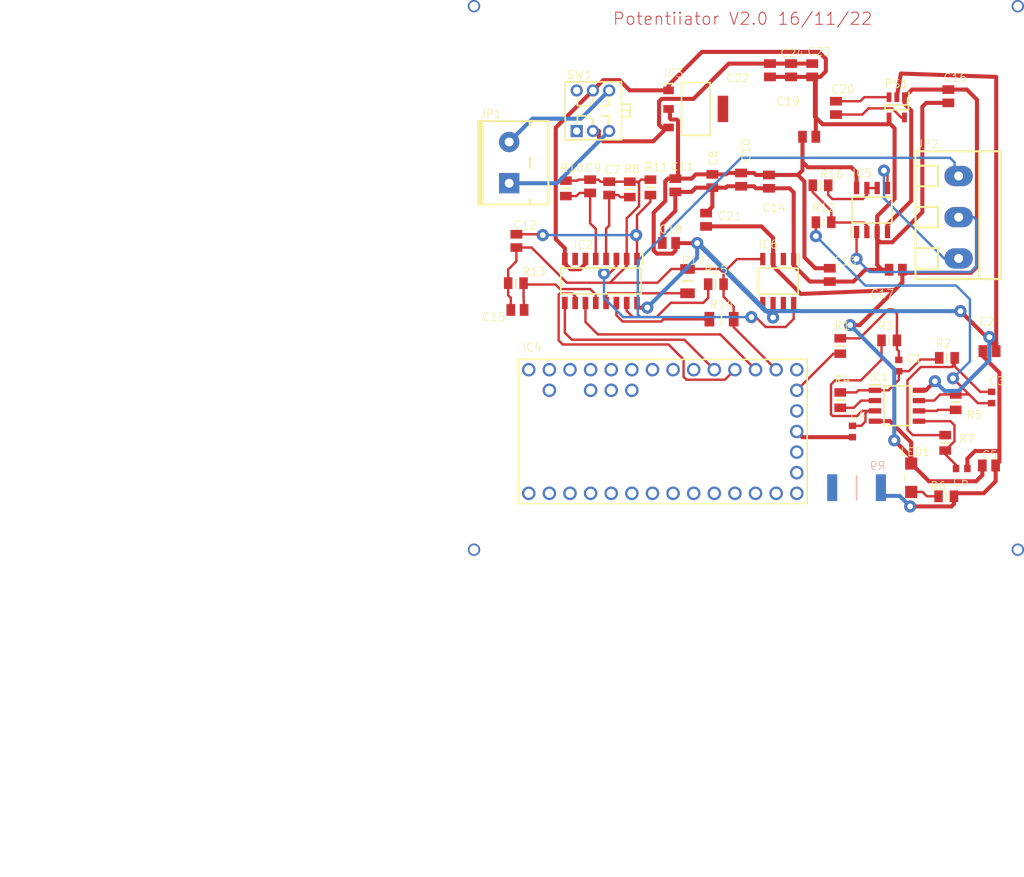
<source format=kicad_pcb>
(kicad_pcb (version 20211014) (generator pcbnew)
  (layers (0 "F.Cu" signal) (31 "B.Cu" signal) (34 "B.Paste" user) (35 "F.Paste" user) (36 "B.SilkS" user "B.Silkscreen") (37 "F.SilkS" user "F.Silkscreen") (38 "B.Mask" user) (39 "F.Mask" user) (44 "Edge.Cuts" user))
  (net 0 "")
  (net 1 "+5")
  (net 2 "/WORKING")
  (net 4 "Net-(IC2-Pad9)")
  (net 5 "Net-(IC2-Pad10)")
  (net 6 "Net-(IC2-Pad11)")
  (net 39 "/COUNTER")
  (net 40 "/REFERENCE")
  (net 44 "Net-(JP1-Pad1)")
  (net 45 "Net-(JP1-Pad2)")
  (footprint "RESC2012X65N" (layer "F.Cu") (at 153.3255 87.71383)
    (fp_text reference "R16" hide)
    (fp_text value "0805 25.5k" hide)
  )
  (footprint "RESC2012X65N" (layer "F.Cu") (at 168.8195 126.053)
    (fp_text reference "R6" hide)
    (fp_text value "0805 25.5" hide)
  )
  (footprint "CAPC2012X130N" (layer "F.Cu") (at 134.6565 94.82583)
    (fp_text reference "C18" hide)
    (fp_text value "0805 100n" hide)
  )
  (footprint "CAPC2012X130N" (layer "F.Cu") (at 115.8605 94.57183)
    (fp_text reference "C12" hide)
    (fp_text value "0805 200p" hide)
  )
  (footprint "SOIC127P600X175-8N" (layer "F.Cu") (at 148.1185 99.52483)
    (fp_text reference "IC6" hide)
    (fp_text value "LMP7721MA_NOPB" hide)
  )
  (footprint "RESC2012X65N" (layer "F.Cu") (at 132.3705 87.96783)
    (fp_text reference "R11" hide)
    (fp_text value "0805 30k" hide)
  )
  (footprint "DEFAULT" (layer "F.Cu") (at 52.4875 172.72)
    (fp_text reference "")
    (fp_text value "")
  )
  (footprint "CAPC2012X130N" (layer "F.Cu") (at 152.3095 73.53301)
    (fp_text reference "C23" hide)
    (fp_text value "0805 1u" hide)
  )
  (footprint "CAPC2012X130N" (layer "F.Cu") (at 139.2285 91.96285)
    (fp_text reference "C21" hide)
    (fp_text value "0805 100n" hide)
  )
  (footprint "SOIC127P600X175-8N" (layer "F.Cu") (at 162.74448 114.89183)
    (fp_text reference "IC1" hide)
    (fp_text value "LMP7702MA_NOPB" hide)
  )
  (footprint "RESC2012X65N" (layer "F.Cu") (at 168.90648 108.98882)
    (fp_text reference "R2" hide)
    (fp_text value "0805 25.5k" hide)
  )
  (footprint "KF2EDGK5.08-LI-2P" (layer "F.Cu") (at 114.9715 84.91983)
    (fp_text reference "JP1" hide)
    (fp_text value " " hide)
  )
  (footprint "SOT229P700X180-4N" (layer "F.Cu") (at 137.9585 78.301)
    (fp_text reference "IC3" hide)
    (fp_text value "AMS1117-5.0" hide)
  )
  (footprint "RESC2012X65N" (layer "F.Cu") (at 169.98348 114.44982)
    (fp_text reference "R5" hide)
    (fp_text value "0805 25.5k" hide)
  )
  (footprint "CAPC2012X130N" (layer "F.Cu") (at 143.5465 87.01782)
    (fp_text reference "C10" hide)
    (fp_text value "0805 1u" hide)
  )
  (footprint "CAPC2012X130N" (layer "F.Cu") (at 135.43948 87.71383)
    (fp_text reference "C11" hide)
    (fp_text value "0805 100n" hide)
  )
  (footprint "CAPC2012X130N" (layer "F.Cu") (at 174.1535 108.16083)
    (fp_text reference "C2" hide)
    (fp_text value "0805 100n" hide)
  )
  (footprint "E6C1206QBAC1UDA" (layer "F.Cu") (at 164.5015 123.767)
    (fp_text reference "LED1" hide)
    (fp_text value "E6C1206QBAC1UDA" hide)
  )
  (footprint "SOT95P280X145-5N" (layer "F.Cu") (at 162.7235 78.105)
    (fp_text reference "PS1" hide)
    (fp_text value "TPS60403DBVR" hide)
  )
  (footprint "CAPC2012X130N" (layer "F.Cu") (at 155.2305 78.174)
    (fp_text reference "C20" hide)
    (fp_text value "0805 1u" hide)
  )
  (footprint "CAPC2012X130N" (layer "F.Cu") (at 169.0735 76.737)
    (fp_text reference "C16" hide)
    (fp_text value "0805 1u" hide)
  )
  (footprint "RESC2012X65N" (layer "F.Cu") (at 129.8305 88.22183)
    (fp_text reference "R8" hide)
    (fp_text value "0805 100R" hide)
  )
  (footprint "1608[0603]" (layer "F.Cu") (at 170.7245 122.63883)
    (fp_text reference "C6" hide)
    (fp_text value "0603 200p" hide)
  )
  (footprint "CAPC2012X130N" (layer "F.Cu") (at 140.00533 87.191)
    (fp_text reference "C8" hide)
    (fp_text value "0805 100n" hide)
  )
  (footprint "RESC3216X75N" (layer "F.Cu") (at 136.9425 99.52483)
    (fp_text reference "R17" hide)
    (fp_text value "1206 100M" hide)
  )
  (footprint "CAPC2012X130N" (layer "F.Cu") (at 147.1025 73.53301)
    (fp_text reference "C22" hide)
    (fp_text value "0805 100n" hide)
  )
  (footprint "CAPC2012X130N" (layer "F.Cu") (at 162.5965 98.12783)
    (fp_text reference "C17" hide)
    (fp_text value "0805 100n" hide)
  )
  (footprint "RESC2012X65N" (layer "F.Cu") (at 121.9565 88.09483)
    (fp_text reference "R10" hide)
    (fp_text value "0805 3k" hide)
  )
  (footprint "CAPC2012X130N" (layer "F.Cu") (at 127.2905 88.09483)
    (fp_text reference "C7" hide)
    (fp_text value "0805 56n" hide)
  )
  (footprint "RESC2012X65N" (layer "F.Cu") (at 115.79451 99.77883)
    (fp_text reference "R13" hide)
    (fp_text value "0805 300k" hide)
  )
  (footprint "1608[0603]" (layer "F.Cu") (at 157.2625 118.06683)
    (fp_text reference "C4" hide)
    (fp_text value "0603 200p" hide)
  )
  (footprint "RESC2012X65N" (layer "F.Cu") (at 168.6925 119.46383)
    (fp_text reference "R7" hide)
    (fp_text value "0805 25.5k" hide)
  )
  (footprint "RESC2012X65N" (layer "F.Cu") (at 161.79448 106.82982)
    (fp_text reference "R3" hide)
    (fp_text value "0805 25.5k" hide)
  )
  (footprint "RESC2012X65N" (layer "F.Cu") (at 155.75948 107.53082)
    (fp_text reference "R1" hide)
    (fp_text value "0805 25.5k" hide)
  )
  (footprint "KF128-5.08-3P" (layer "F.Cu") (at 170.3435 91.65083)
    (fp_text reference "JP2" hide)
    (fp_text value " " hide)
  )
  (footprint "CAPC2012X130N" (layer "F.Cu") (at 174.08446 122.25783)
    (fp_text reference "C5" hide)
    (fp_text value "0805 100n" hide)
  )
  (footprint "1608[0603]" (layer "F.Cu") (at 174.4075 113.87583)
    (fp_text reference "C3" hide)
    (fp_text value "0603 200p" hide)
  )
  (footprint "KFT DIP-7X7" (layer "F.Cu") (at 125.2905 78.52598)
    (fp_text reference "SW1" hide)
    (fp_text value "KET_7X7" hide)
  )
  (footprint "CAPC2012X130N" (layer "F.Cu") (at 146.9755 87.26385)
    (fp_text reference "C14" hide)
    (fp_text value "0805 47u" hide)
  )
  (footprint "TEENSY32" (layer "F.Cu") (at 122.4645 125.68683)
    (fp_text reference "IC4" hide)
    (fp_text value "TEENSY3.2" hide)
  )
  (footprint "CAPC2012X130N" (layer "F.Cu") (at 154.4685 98.76283)
    (fp_text reference "C13" hide)
    (fp_text value "0805 100n" hide)
  )
  (footprint "RESC2012X65N" (layer "F.Cu") (at 155.75948 114.19582)
    (fp_text reference "R4" hide)
    (fp_text value "0805 25.5k" hide)
  )
  (footprint "SOIC127P600X175-8N" (layer "F.Cu") (at 159.6755 90.76183)
    (fp_text reference "IC5" hide)
    (fp_text value "LMP7702MA_NOPB" hide)
  )
  (footprint "CAPC2012X130N" (layer "F.Cu") (at 115.9875 103.08083)
    (fp_text reference "C15" hide)
    (fp_text value "0805 20p" hide)
  )
  (footprint "RESC3216X75N" (layer "F.Cu") (at 141.1335 104.22383)
    (fp_text reference "R14" hide)
    (fp_text value "1206 30M" hide)
  )
  (footprint "CAPC2012X130N" (layer "F.Cu") (at 151.9285 81.73)
    (fp_text reference "C19" hide)
    (fp_text value "0805 1u" hide)
  )
  (footprint "CAPC2012X130N" (layer "F.Cu") (at 149.706 73.53301)
    (fp_text reference "C24" hide)
    (fp_text value "0805 47u" hide)
  )
  (footprint "1608[0603]" (layer "F.Cu") (at 162.9775 109.93883)
    (fp_text reference "C1" hide)
    (fp_text value "0603 200p" hide)
  )
  (footprint "CAPC2012X130N" (layer "F.Cu") (at 124.941 87.84083)
    (fp_text reference "C9" hide)
    (fp_text value "0805 2n" hide)
  )
  (footprint "SOIC127P600X175-16N" (layer "F.Cu") (at 126.2745 99.51)
    (fp_text reference "IC2" hide)
    (fp_text value "MAX4617ESE+" hide)
  )
  (footprint "RESC2012X65N" (layer "F.Cu") (at 140.43749 99.90583)
    (fp_text reference "R15" hide)
    (fp_text value "0805 30M" hide)
  )
  (footprint "RESC2012X65N" (layer "F.Cu") (at 153.7065 92.26485)
    (fp_text reference "R12" hide)
    (fp_text value "0805 25.5k" hide)
  )
  (footprint "RESC6331X75N" (layer "B.Cu") (at 157.7705 124.99178)
    (fp_text reference "R9" hide)
    (fp_text value "0 ohme" hide)
  )
  (gr_line (start 157.7705 126.44181) (end 157.7705 123.54179) (layer "B.SilkS") (width 0.2))
  (gr_line (start 172.8835 99.27082) (end 172.8835 83.52282) (layer "F.SilkS") (width 0.254))
  (gr_line (start 150.69848 97.57481) (end 150.69848 96.04985) (layer "F.SilkS") (width 0.2))
  (gr_line (start 123.3855 77.89098) (end 124.4015 77.89098) (layer "F.SilkS") (width 0.2032))
  (gr_line (start 153.7065 92.78986) (end 153.7065 91.73982) (layer "F.SilkS") (width 0.2))
  (gr_line (start 136.24248 99.52482) (end 137.64252 99.52482) (layer "F.SilkS") (width 0.2))
  (gr_line (start 159.26951 112.31184) (end 160.79447 112.31184) (layer "F.SilkS") (width 0.2))
  (gr_line (start 168.16748 119.46382) (end 169.21752 119.46382) (layer "F.SilkS") (width 0.2))
  (gr_line (start 155.23446 107.5308) (end 156.2845 107.5308) (layer "F.SilkS") (width 0.2))
  (gr_line (start 126.3065 77.89098) (end 127.1955 77.89098) (layer "F.SilkS") (width 0.2032))
  (gr_line (start 164.17348 78.40497) (end 164.17348 77.80498) (layer "F.SilkS") (width 0.2))
  (gr_line (start 125.2905 77.38298) (end 125.2905 76.87498) (layer "F.SilkS") (width 0.2032))
  (gr_line (start 165.0349 98.00082) (end 167.8035 98.00082) (layer "F.SilkS") (width 0.254))
  (gr_line (start 167.8035 98.00082) (end 167.8035 95.46082) (layer "F.SilkS") (width 0.254))
  (gr_line (start 151.68451 126.94681) (end 151.68451 109.17682) (layer "F.SilkS") (width 0.2))
  (gr_line (start 131.41952 97.55998) (end 131.41952 96.03496) (layer "F.SilkS") (width 0.2))
  (gr_line (start 140.43749 100.43084) (end 140.43749 99.3808) (layer "F.SilkS") (width 0.2))
  (gr_line (start 157.22552 92.36182) (end 162.12548 92.36182) (layer "F.SilkS") (width 0.2))
  (gr_line (start 165.0349 95.46082) (end 167.8035 95.46082) (layer "F.SilkS") (width 0.254))
  (gr_line (start 128.80449 78.47625) (end 129.86921 78.47625) (layer "F.SilkS") (width 0.2032))
  (gr_line (start 121.87029 74.96998) (end 128.80449 74.96998) (layer "F.SilkS") (width 0.2032))
  (gr_line (start 127.1955 77.89098) (end 127.1955 76.87498) (layer "F.SilkS") (width 0.2032))
  (gr_line (start 126.3065 79.16098) (end 127.1955 79.16098) (layer "F.SilkS") (width 0.2032))
  (gr_line (start 162.12548 92.36182) (end 162.12548 89.16182) (layer "F.SilkS") (width 0.2))
  (gr_line (start 153.3255 88.23884) (end 153.3255 87.1888) (layer "F.SilkS") (width 0.2))
  (gr_line (start 168.8195 126.578) (end 168.8195 125.52797) (layer "F.SilkS") (width 0.2))
  (gr_line (start 165.0349 85.30082) (end 167.8035 85.30082) (layer "F.SilkS") (width 0.254))
  (gr_line (start 141.1335 104.92384) (end 141.1335 103.52385) (layer "F.SilkS") (width 0.2))
  (gr_line (start 165.0349 90.38082) (end 167.8035 90.38082) (layer "F.SilkS") (width 0.254))
  (gr_line (start 117.5115 89.99977) (end 117.5115 89.39017) (layer "F.SilkS") (width 0.254))
  (gr_line (start 167.8035 87.84082) (end 167.8035 85.30082) (layer "F.SilkS") (width 0.254))
  (gr_line (start 157.22552 89.16182) (end 162.12548 89.16182) (layer "F.SilkS") (width 0.2))
  (gr_line (start 129.30548 88.22182) (end 130.35552 88.22182) (layer "F.SilkS") (width 0.2))
  (gr_line (start 116.1145 109.17682) (end 151.68451 109.17682) (layer "F.SilkS") (width 0.2))
  (gr_line (start 116.1145 126.94681) (end 116.1145 109.17682) (layer "F.SilkS") (width 0.2))
  (gr_line (start 139.71049 81.553) (end 139.71049 75.04897) (layer "F.SilkS") (width 0.2))
  (gr_line (start 115.79451 100.30384) (end 115.79451 99.2538) (layer "F.SilkS") (width 0.2))
  (gr_line (start 123.3855 80.17698) (end 123.3855 79.16098) (layer "F.SilkS") (width 0.2032))
  (gr_line (start 157.22552 92.36182) (end 157.22552 89.16182) (layer "F.SilkS") (width 0.2))
  (gr_line (start 165.0349 99.27082) (end 175.5505 99.27082) (layer "F.SilkS") (width 0.254))
  (gr_line (start 165.0349 83.52282) (end 175.5505 83.52282) (layer "F.SilkS") (width 0.254))
  (gr_line (start 117.5369 85.55477) (end 117.5369 84.91977) (layer "F.SilkS") (width 0.254))
  (gr_line (start 165.0349 99.27082) (end 165.0349 83.52282) (layer "F.SilkS") (width 0.254))
  (gr_line (start 165.0349 92.92082) (end 167.8035 92.92082) (layer "F.SilkS") (width 0.254))
  (gr_line (start 145.66852 101.12482) (end 145.66852 97.92482) (layer "F.SilkS") (width 0.2))
  (gr_line (start 167.8035 92.92082) (end 167.8035 90.38082) (layer "F.SilkS") (width 0.254))
  (gr_line (start 121.87029 82.10738) (end 128.80449 82.10738) (layer "F.SilkS") (width 0.2032))
  (gr_line (start 121.3245 101.10998) (end 121.3245 97.90999) (layer "F.SilkS") (width 0.2))
  (gr_line (start 128.85321 79.23825) (end 129.86921 79.23825) (layer "F.SilkS") (width 0.2032))
  (gr_line (start 161.27352 78.40497) (end 164.17348 78.40497) (layer "F.SilkS") (width 0.2))
  (gr_line (start 129.86921 79.23825) (end 129.86921 77.71425) (layer "F.SilkS") (width 0.2032))
  (gr_line (start 145.66852 97.92482) (end 150.56848 97.92482) (layer "F.SilkS") (width 0.2))
  (gr_line (start 164.22352 77.45501) (end 164.22352 76.25502) (layer "F.SilkS") (width 0.2))
  (gr_line (start 175.5505 99.27082) (end 175.5505 83.52282) (layer "F.SilkS") (width 0.254))
  (gr_line (start 161.79447 107.35483) (end 161.79447 106.30479) (layer "F.SilkS") (width 0.2))
  (gr_line (start 133.95851 75.18598) (end 135.25853 75.18598) (layer "F.SilkS") (width 0.2))
  (gr_line (start 163.7015 124.26696) (end 163.7015 123.26696) (layer "F.SilkS") (width 0.1))
  (gr_line (start 161.14448 112.44184) (end 164.34448 112.44184) (layer "F.SilkS") (width 0.2))
  (gr_line (start 136.20651 81.553) (end 139.71049 81.553) (layer "F.SilkS") (width 0.2))
  (gr_line (start 111.1615 90.07983) (end 111.1615 79.79283) (layer "F.SilkS") (width 0.254))
  (gr_line (start 121.3245 97.90999) (end 131.2245 97.90999) (layer "F.SilkS") (width 0.2))
  (gr_line (start 165.3015 124.26696) (end 165.3015 123.26696) (layer "F.SilkS") (width 0.1))
  (gr_line (start 111.1615 90.07983) (end 119.7975 90.07983) (layer "F.SilkS") (width 0.254))
  (gr_line (start 161.27352 78.40497) (end 161.27352 77.80498) (layer "F.SilkS") (width 0.2))
  (gr_line (start 128.80449 75.98598) (end 128.80449 74.96998) (layer "F.SilkS") (width 0.2032))
  (gr_line (start 121.43148 88.09482) (end 122.48152 88.09482) (layer "F.SilkS") (width 0.2))
  (gr_line (start 124.6555 78.01798) (end 125.2905 77.38298) (layer "F.SilkS") (width 0.2032))
  (gr_line (start 128.85321 77.71425) (end 129.86921 77.71425) (layer "F.SilkS") (width 0.2032))
  (gr_line (start 169.45846 114.44981) (end 170.5085 114.44981) (layer "F.SilkS") (width 0.2))
  (gr_line (start 168.90647 109.51383) (end 168.90647 108.46379) (layer "F.SilkS") (width 0.2))
  (gr_line (start 150.56848 101.12482) (end 150.56848 97.92482) (layer "F.SilkS") (width 0.2))
  (gr_line (start 117.5115 80.44937) (end 117.5115 79.83977) (layer "F.SilkS") (width 0.254))
  (gr_line (start 128.80449 82.10738) (end 128.80449 75.98598) (layer "F.SilkS") (width 0.2032))
  (gr_line (start 155.23446 114.19581) (end 156.2845 114.19581) (layer "F.SilkS") (width 0.2))
  (gr_line (start 161.14448 117.3418) (end 161.14448 112.44184) (layer "F.SilkS") (width 0.2))
  (gr_line (start 164.34448 117.3418) (end 164.34448 112.44184) (layer "F.SilkS") (width 0.2))
  (gr_line (start 145.66852 101.12482) (end 150.56848 101.12482) (layer "F.SilkS") (width 0.2))
  (gr_line (start 121.87029 82.10738) (end 121.87029 74.96998) (layer "F.SilkS") (width 0.2032))
  (gr_line (start 121.3245 101.10998) (end 131.2245 101.10998) (layer "F.SilkS") (width 0.2))
  (gr_line (start 117.5369 84.91977) (end 117.5369 84.28477) (layer "F.SilkS") (width 0.254))
  (gr_line (start 111.4155 90.07983) (end 111.4155 79.79283) (layer "F.SilkS") (width 0.254))
  (gr_line (start 136.20651 81.553) (end 136.20651 75.04897) (layer "F.SilkS") (width 0.2))
  (gr_line (start 111.1615 79.79283) (end 119.7975 79.79283) (layer "F.SilkS") (width 0.254))
  (gr_line (start 127.1955 80.17698) (end 127.1955 79.16098) (layer "F.SilkS") (width 0.2032))
  (gr_line (start 131.2245 101.10998) (end 131.2245 97.90999) (layer "F.SilkS") (width 0.2))
  (gr_line (start 124.6555 79.03398) (end 125.2905 79.66898) (layer "F.SilkS") (width 0.2032))
  (gr_line (start 161.14448 117.3418) (end 164.34448 117.3418) (layer "F.SilkS") (width 0.2))
  (gr_line (start 116.1145 126.94681) (end 151.68451 126.94681) (layer "F.SilkS") (width 0.2))
  (gr_line (start 123.3855 79.16098) (end 124.4015 79.16098) (layer "F.SilkS") (width 0.2032))
  (gr_line (start 161.27352 77.80498) (end 164.17348 77.80498) (layer "F.SilkS") (width 0.2))
  (gr_line (start 136.20651 75.04897) (end 139.71049 75.04897) (layer "F.SilkS") (width 0.2))
  (gr_line (start 111.6695 90.07983) (end 111.6695 79.79283) (layer "F.SilkS") (width 0.254))
  (gr_line (start 131.84548 87.96782) (end 132.89552 87.96782) (layer "F.SilkS") (width 0.2))
  (gr_line (start 123.3855 77.89098) (end 123.3855 76.87498) (layer "F.SilkS") (width 0.2032))
  (gr_line (start 119.7975 90.07983) (end 119.7975 79.79283) (layer "F.SilkS") (width 0.254))
  (gr_line (start 125.2905 80.17698) (end 125.2905 79.66898) (layer "F.SilkS") (width 0.2032))
  (gr_line (start 157.09552 94.23679) (end 157.09552 92.71183) (layer "F.SilkS") (width 0.2))
  (gr_line (start 165.0349 87.84082) (end 167.8035 87.84082) (layer "F.SilkS") (width 0.254))
  (gr_text "Potentiiator V2.0 16/11/22" (at 127.6715 67.183) (layer "F.Cu") (effects (font (size 1.5 1.5) (thickness 0.1)) (justify left)))
  (gr_text "R9" (at 161.4281 122.29938) (layer "B.SilkS") (effects (font (size 1 1) (thickness 0.1)) (justify left mirror)))
  (gr_text "IC5" (at 157.1609 86.24063) (layer "F.SilkS") (effects (font (size 1 1) (thickness 0.1)) (justify left)))
  (gr_text "R16" (at 153.1985 86.37099) (layer "F.SilkS") (effects (font (size 1 1) (thickness 0.1)) (justify left)))
  (gr_text "C4" (at 156.91132 116.04901) (layer "F.SilkS") (effects (font (size 1 1) (thickness 0.1)) (justify left)))
  (gr_text "R1" (at 154.9765 105.02642) (layer "F.SilkS") (effects (font (size 1 1) (thickness 0.1)) (justify left)))
  (gr_text "C23" (at 151.6491 71.2398) (layer "F.SilkS") (effects (font (size 1 1) (thickness 0.1)) (justify left)))
  (gr_text "C6" (at 169.5815 124.275) (layer "F.SilkS") (effects (font (size 1 1) (thickness 0.1)) (justify left)))
  (gr_text "IC4" (at 116.4955 107.696) (layer "F.SilkS") (effects (font (size 1 1) (thickness 0.1)) (justify left)))
  (gr_text "R7" (at 170.3435 118.941) (layer "F.SilkS") (effects (font (size 1 1) (thickness 0.1)) (justify left)))
  (gr_text "R6" (at 166.7875 124.783) (layer "F.SilkS") (effects (font (size 1 1) (thickness 0.1)) (justify left)))
  (gr_text "C22" (at 141.6415 74.491) (layer "F.SilkS") (effects (font (size 1 1) (thickness 0.1)) (justify left)))
  (gr_text "C21" (at 140.6255 91.509) (layer "F.SilkS") (effects (font (size 1 1) (thickness 0.1)) (justify left)))
  (gr_text "JP2" (at 165.1619 82.63383) (layer "F.SilkS") (effects (font (size 1 1) (thickness 0.1)) (justify left)))
  (gr_text "C13" (at 154.8241 97.097) (layer "F.SilkS") (effects (font (size 1 1) (thickness 0.1)) (justify left)))
  (gr_text "SW1" (at 122.0139 74.10638) (layer "F.SilkS") (effects (font (size 1 1) (thickness 0.1)) (justify left)))
  (gr_text "R15" (at 138.93889 98.12783) (layer "F.SilkS") (effects (font (size 1 1) (thickness 0.1)) (justify left)))
  (gr_text "C18" (at 133.3865 93.14943) (layer "F.SilkS") (effects (font (size 1 1) (thickness 0.1)) (justify left)))
  (gr_text "R14" (at 139.6349 102.44583) (layer "F.SilkS") (effects (font (size 1 1) (thickness 0.1)) (justify left)))
  (gr_text "C19" (at 147.8137 77.3866) (layer "F.SilkS") (effects (font (size 1 1) (thickness 0.1)) (justify left)))
  (gr_text "IC6" (at 145.6039 95.00363) (layer "F.SilkS") (effects (font (size 1 1) (thickness 0.1)) (justify left)))
  (gr_text "R5" (at 171.2325 116.02) (layer "F.SilkS") (effects (font (size 1 1) (thickness 0.1)) (justify left)))
  (gr_text "R17" (at 136.15952 97.01023) (layer "F.SilkS") (effects (font (size 1 1) (thickness 0.1)) (justify left)))
  (gr_text "PS1" (at 161.1741 75.2094) (layer "F.SilkS") (effects (font (size 1 1) (thickness 0.1)) (justify left)))
  (gr_text "IC2" (at 122.8455 95.065) (layer "F.SilkS") (effects (font (size 1 1) (thickness 0.1)) (justify left)))
  (gr_text "LED1" (at 163.1045 120.592) (layer "F.SilkS") (effects (font (size 1 1) (thickness 0.1)) (justify left)))
  (gr_text "C11" (at 134.7835 85.42783) (layer "F.SilkS") (effects (font (size 1 1) (thickness 0.1)) (justify left)))
  (gr_text "C24" (at 148.309 71.443) (layer "F.SilkS") (effects (font (size 1 1) (thickness 0.1)) (justify left)))
  (gr_text "R3" (at 160.3105 105.05182) (layer "F.SilkS") (effects (font (size 1 1) (thickness 0.1)) (justify left)))
  (gr_text "C7" (at 126.63452 85.80883) (layer "F.SilkS") (effects (font (size 1 1) (thickness 0.1)) (justify left)))
  (gr_text "IC1" (at 159.2539 111.36123) (layer "F.SilkS") (effects (font (size 1 1) (thickness 0.1)) (justify left)))
  (gr_text "R2" (at 167.4225 107.21082) (layer "F.SilkS") (effects (font (size 1 1) (thickness 0.1)) (justify left)))
  (gr_text "R4" (at 154.9765 111.68122) (layer "F.SilkS") (effects (font (size 1 1) (thickness 0.1)) (justify left)))
  (gr_text "C8" (at 140.1175 85.413 90) (layer "F.SilkS") (effects (font (size 1 1) (thickness 0.1)) (justify left)))
  (gr_text "C10" (at 144.1815 84.905 90) (layer "F.SilkS") (effects (font (size 1 1) (thickness 0.1)) (justify left)))
  (gr_text "C9" (at 124.28502 85.55483) (layer "F.SilkS") (effects (font (size 1 1) (thickness 0.1)) (justify left)))
  (gr_text "C12" (at 115.45689 92.652) (layer "F.SilkS") (effects (font (size 1 1) (thickness 0.1)) (justify left)))
  (gr_text "R11" (at 131.58752 85.46842) (layer "F.SilkS") (effects (font (size 1 1) (thickness 0.1)) (justify left)))
  (gr_text "C15" (at 111.5425 103.955) (layer "F.SilkS") (effects (font (size 1 1) (thickness 0.1)) (justify left)))
  (gr_text "R12" (at 152.2079 90.48243) (layer "F.SilkS") (effects (font (size 1 1) (thickness 0.1)) (justify left)))
  (gr_text "C17" (at 159.4215 101.092) (layer "F.SilkS") (effects (font (size 1 1) (thickness 0.1)) (justify left)))
  (gr_text "C5" (at 173.1375 120.973) (layer "F.SilkS") (effects (font (size 1 1) (thickness 0.1)) (justify left)))
  (gr_text "JP1" (at 111.2885 78.90003) (layer "F.SilkS") (effects (font (size 1 1) (thickness 0.1)) (justify left)))
  (gr_text "IC3" (at 133.9453 73.9068) (layer "F.SilkS") (effects (font (size 1 1) (thickness 0.1)) (justify left)))
  (gr_text "C3" (at 174.05632 111.85806) (layer "F.SilkS") (effects (font (size 1 1) (thickness 0.1)) (justify left)))
  (gr_text "C14" (at 146.0865 90.493) (layer "F.SilkS") (effects (font (size 1 1) (thickness 0.1)) (justify left)))
  (gr_text "R13" (at 116.4955 98.367) (layer "F.SilkS") (effects (font (size 1 1) (thickness 0.1)) (justify left)))
  (gr_text "R10" (at 121.17352 85.58023) (layer "F.SilkS") (effects (font (size 1 1) (thickness 0.1)) (justify left)))
  (gr_text "C20" (at 154.5701 75.8698) (layer "F.SilkS") (effects (font (size 1 1) (thickness 0.1)) (justify left)))
  (gr_text "C16" (at 168.4131 74.451) (layer "F.SilkS") (effects (font (size 1 1) (thickness 0.1)) (justify left)))
  (gr_text "R8" (at 129.04752 85.70723) (layer "F.SilkS") (effects (font (size 1 1) (thickness 0.1)) (justify left)))
  (gr_text "C1" (at 163.8665 109.035) (layer "F.SilkS") (effects (font (size 1 1) (thickness 0.1)) (justify left)))
  (gr_text "C2" (at 172.7565 104.521) (layer "F.SilkS") (effects (font (size 1 1) (thickness 0.1)) (justify left)))
  (segment (start 132.7769 91.0844) (end 134.1993 89.662) (width 0.5) (layer "F.Cu") (net 1))
  (segment (start 169.85648 110.02838) (end 173.0039 113.1758) (width 0.3) (layer "F.Cu") (net 1))
  (segment (start 150.4045 112.98682) (end 154.91051 108.48081) (width 0.3) (layer "F.Cu") (net 1))
  (segment (start 152.74851 79.35681) (end 152.74851 74.35301) (width 0.5) (layer "F.Cu") (net 1))
  (segment (start 136.9425 98.02485) (end 140.8795 98.02485) (width 0.3) (layer "F.Cu") (net 1))
  (segment (start 174.97351 107.62701) (end 174.97351 107.2642) (width 0.5) (layer "F.Cu") (net 1))
  (segment (start 150.0235 97.5868) (end 150.0235 96.81281) (width 0.5) (layer "F.Cu") (net 1))
  (segment (start 125.6395 96.79798) (end 125.6395 93.091) (width 0.3) (layer "F.Cu") (net 1))
  (segment (start 124.941 92.3925) (end 125.6395 93.091) (width 0.3) (layer "F.Cu") (net 1))
  (segment (start 158.72666 76.85502) (end 161.77349 76.85502) (width 0.3) (layer "F.Cu") (net 1))
  (segment (start 163.41651 98.5012) (end 163.41651 98.12782) (width 0.5) (layer "F.Cu") (net 1))
  (segment (start 173.43128 125.6792) (end 174.90448 124.206) (width 0.5) (layer "F.Cu") (net 1))
  (segment (start 134.88957 102.20462) (end 138.88286 102.20462) (width 0.3) (layer "F.Cu") (net 1))
  (segment (start 124.941 92.3925) (end 124.941 88.66078) (width 0.3) (layer "F.Cu") (net 1))
  (segment (start 173.33349 108.78099) (end 175.3727 110.8202) (width 0.5) (layer "F.Cu") (net 1))
  (segment (start 130.7195 102.7938) (end 130.7195 102.222) (width 0.5) (layer "F.Cu") (net 1))
  (segment (start 152.37549 88.57478) (end 152.37549 87.71382) (width 0.3) (layer "F.Cu") (net 1))
  (segment (start 135.7741 86.89386) (end 137.4505 86.89386) (width 0.5) (layer "F.Cu") (net 1))
  (segment (start 142.63352 104.22382) (end 142.63352 102.6922) (width 0.3) (layer "F.Cu") (net 1))
  (segment (start 162.1393 78.232) (end 163.26228 79.35498) (width 0.3) (layer "F.Cu") (net 1))
  (segment (start 168.6925 120.41383) (end 169.8355 119.27083) (width 0.3) (layer "F.Cu") (net 1))
  (segment (start 121.8295 96.79798) (end 121.8295 95.4786) (width 0.5) (layer "F.Cu") (net 1))
  (segment (start 134.9105 79.6036) (end 135.6217 79.6036) (width 0.5) (layer "F.Cu") (net 1))
  (segment (start 133.96064 104.2416) (end 139.63348 104.2416) (width 0.3) (layer "F.Cu") (net 1))
  (segment (start 154.6209 112.268) (end 155.1289 111.76) (width 0.3) (layer "F.Cu") (net 1))
  (segment (start 154.6209 115.951) (end 154.6209 112.268) (width 0.3) (layer "F.Cu") (net 1))
  (segment (start 167.6511 115.52682) (end 167.7781 115.39982) (width 0.3) (layer "F.Cu") (net 1))
  (segment (start 169.76951 125.6792) (end 173.43128 125.6792) (width 0.5) (layer "F.Cu") (net 1))
  (segment (start 141.84008 87.83782) (end 143.5465 87.83782) (width 0.5) (layer "F.Cu") (net 1))
  (segment (start 121.23895 100.50145) (end 124.94735 100.50145) (width 0.3) (layer "F.Cu") (net 1))
  (segment (start 126.9095 102.222) (end 126.9095 101.27884) (width 0.3) (layer "F.Cu") (net 1))
  (segment (start 129.8305 87.27181) (end 130.7195 87.27181) (width 0.3) (layer "F.Cu") (net 1))
  (segment (start 162.16633 94.74037) (end 165.8731 91.0336) (width 0.5) (layer "F.Cu") (net 1))
  (segment (start 161.59569 80.1878) (end 161.77349 80.01) (width 0.5) (layer "F.Cu") (net 1))
  (segment (start 141.6669 88.011) (end 141.84008 87.83782) (width 0.5) (layer "F.Cu") (net 1))
  (segment (start 146.9755 86.44382) (end 150.5315 86.44382) (width 0.5) (layer "F.Cu") (net 1))
  (segment (start 149.706 74.35301) (end 152.3095 74.35301) (width 0.5) (layer "F.Cu") (net 1))
  (segment (start 164.70211 118.51381) (end 168.6925 118.51381) (width 0.3) (layer "F.Cu") (net 1))
  (segment (start 158.5325 89.408) (end 159.0405 88.9) (width 0.3) (layer "F.Cu") (net 1))
  (segment (start 171.6389 113.4998) (end 172.71495 114.57584) (width 0.3) (layer "F.Cu") (net 1))
  (segment (start 150.91189 101.11019) (end 162.48093 100.62337) (width 0.5) (layer "F.Cu") (net 1))
  (segment (start 129.4495 103.2002) (end 129.4495 102.222) (width 0.3) (layer "F.Cu") (net 1))
  (segment (start 155.75948 106.58079) (end 158.1515 106.58079) (width 0.3) (layer "F.Cu") (net 1))
  (segment (start 155.2305 78.994) (end 158.4817 78.994) (width 0.3) (layer "F.Cu") (net 1))
  (segment (start 170.02448 122.63882) (end 170.02448 122.1994) (width 0.3) (layer "F.Cu") (net 1))
  (segment (start 128.6651 89.17183) (end 129.8305 89.17183) (width 0.3) (layer "F.Cu") (net 1))
  (segment (start 153.9859 73.66) (end 153.9859 72.136) (width 0.5) (layer "F.Cu") (net 1))
  (segment (start 120.6865 99.949) (end 121.23895 100.50145) (width 0.3) (layer "F.Cu") (net 1))
  (segment (start 155.2305 77.35397) (end 158.2277 77.35397) (width 0.3) (layer "F.Cu") (net 1))
  (segment (start 161.89292 116.79682) (end 164.5015 119.4054) (width 0.5) (layer "F.Cu") (net 1))
  (segment (start 152.3095 74.35301) (end 152.6397 74.35301) (width 0.5) (layer "F.Cu") (net 1))
  (segment (start 120.7119 94.361) (end 121.8295 95.4786) (width 0.5) (layer "F.Cu") (net 1))
  (segment (start 157.1355 85.4964) (end 157.7705 86.1314) (width 0.5) (layer "F.Cu") (net 1))
  (segment (start 164.1967 110.63884) (end 165.64094 109.1946) (width 0.3) (layer "F.Cu") (net 1))
  (segment (start 154.91051 108.48081) (end 155.75948 108.48081) (width 0.3) (layer "F.Cu") (net 1))
  (segment (start 154.78351 89.408) (end 158.5325 89.408) (width 0.3) (layer "F.Cu") (net 1))
  (segment (start 140.00533 88.011) (end 141.6669 88.011) (width 0.5) (layer "F.Cu") (net 1))
  (segment (start 157.7705 88.04981) (end 157.7705 86.1314) (width 0.5) (layer "F.Cu") (net 1))
  (segment (start 165.64094 109.1946) (end 167.95646 109.1946) (width 0.3) (layer "F.Cu") (net 1))
  (segment (start 158.6595 92.3036) (end 159.0405 92.6846) (width 0.3) (layer "F.Cu") (net 1))
  (segment (start 141.3875 98.53285) (end 141.3875 98.4758) (width 0.3) (layer "F.Cu") (net 1))
  (segment (start 141.3875 101.44618) (end 142.63352 102.6922) (width 0.3) (layer "F.Cu") (net 1))
  (segment (start 147.4835 97.6818) (end 150.91189 101.11019) (width 0.5) (layer "F.Cu") (net 1))
  (segment (start 147.4835 104.013) (end 147.4835 102.23683) (width 0.5) (layer "F.Cu") (net 1))
  (segment (start 168.6925 120.86742) (end 170.02448 122.1994) (width 0.3) (layer "F.Cu") (net 1))
  (segment (start 154.8241 116.1542) (end 157.82892 116.1542) (width 0.3) (layer "F.Cu") (net 1))
  (segment (start 141.3875 101.44618) (end 141.3875 99.90582) (width 0.3) (layer "F.Cu") (net 1))
  (segment (start 135.7741 86.89386) (end 135.7741 79.756) (width 0.5) (layer "F.Cu") (net 1))
  (segment (start 140.00533 86.37097) (end 141.6669 86.37097) (width 0.5) (layer "F.Cu") (net 1))
  (segment (start 171.42447 122.63882) (end 171.42447 121.412) (width 0.5) (layer "F.Cu") (net 1))
  (segment (start 130.20276 103.95346) (end 133.14073 103.95346) (width 0.3) (layer "F.Cu") (net 1))
  (segment (start 152.6397 79.248) (end 152.6397 74.35301) (width 0.5) (layer "F.Cu") (net 1))
  (segment (start 161.77349 80.01) (end 162.4536 80.69011) (width 0.5) (layer "F.Cu") (net 1))
  (segment (start 161.71431 103.01798) (end 162.2155 103.01798) (width 0.3) (layer "F.Cu") (net 1))
  (segment (start 163.67351 77.68341) (end 163.67351 76.85502) (width 0.5) (layer "F.Cu") (net 1))
  (segment (start 149.706 72.71299) (end 152.3095 72.71299) (width 0.5) (layer "F.Cu") (net 1))
  (segment (start 120.7119 94.361) (end 120.7119 80.60456) (width 0.5) (layer "F.Cu") (net 1))
  (segment (start 154.65651 92.3036) (end 158.6595 92.3036) (width 0.3) (layer "F.Cu") (net 1))
  (segment (start 134.60849 76.01097) (end 134.60849 75.38441) (width 0.5) (layer "F.Cu") (net 1))
  (segment (start 147.1025 72.71299) (end 149.706 72.71299) (width 0.5) (layer "F.Cu") (net 1))
  (segment (start 169.0735 75.91699) (end 171.3595 75.91699) (width 0.5) (layer "F.Cu") (net 1))
  (segment (start 162.74448 107.92018) (end 162.9775 108.1532) (width 0.3) (layer "F.Cu") (net 1))
  (segment (start 142.63352 105.21584) (end 142.63352 104.22382) (width 0.3) (layer "F.Cu") (net 1))
  (segment (start 116.74452 101.41001) (end 116.80751 103.08082) (width 0.3) (layer "F.Cu") (net 1))
  (segment (start 164.5015 122.01698) (end 166.69052 124.206) (width 0.5) (layer "F.Cu") (net 1))
  (segment (start 164.5015 121.2342) (end 164.5015 119.4054) (width 0.5) (layer "F.Cu") (net 1))
  (segment (start 133.4373 80.264) (end 133.4373 77.3938) (width 0.5) (layer "F.Cu") (net 1))
  (segment (start 115.8605 95.39183) (end 117.72953 95.39183) (width 0.3) (layer "F.Cu") (net 1))
  (segment (start 154.65651 92.26484) (end 154.65651 90.8558) (width 0.3) (layer "F.Cu") (net 1))
  (segment (start 132.7769 95.758) (end 133.1579 96.139) (width 0.5) (layer "F.Cu") (net 1))
  (segment (start 150.5315 86.44382) (end 151.10849 85.86683) (width 0.5) (layer "F.Cu") (net 1))
  (segment (start 134.7835 79.4766) (end 134.9105 79.6036) (width 0.5) (layer "F.Cu") (net 1))
  (segment (start 143.05049 96.81281) (end 146.2135 96.81281) (width 0.3) (layer "F.Cu") (net 1))
  (segment (start 130.6179 93.853) (end 130.7195 93.9546) (width 0.3) (layer "F.Cu") (net 1))
  (segment (start 154.27551 88.9) (end 154.27551 87.71382) (width 0.3) (layer "F.Cu") (net 1))
  (segment (start 125.6395 102.222) (end 125.6395 101.1936) (width 0.3) (layer "F.Cu") (net 1))
  (segment (start 132.7229 82.296) (end 134.4279 80.591) (width 0.5) (layer "F.Cu") (net 1))
  (segment (start 152.74851 79.35681) (end 153.5795 80.1878) (width 0.5) (layer "F.Cu") (net 1))
  (segment (start 123.5029 87.02081) (end 124.941 87.02081) (width 0.3) (layer "F.Cu") (net 1))
  (segment (start 175.3727 120.4722) (end 175.3727 110.8202) (width 0.5) (layer "F.Cu") (net 1))
  (segment (start 134.5295 86.89386) (end 135.43948 86.89386) (width 0.5) (layer "F.Cu") (net 1))
  (segment (start 126.5539 82.296) (end 132.7229 82.296) (width 0.5) (layer "F.Cu") (net 1))
  (segment (start 162.9775 109.2388) (end 162.9775 108.1532) (width 0.3) (layer "F.Cu") (net 1))
  (segment (start 155.75948 115.14582) (end 157.4403 115.14582) (width 0.3) (layer "F.Cu") (net 1))
  (segment (start 174.90448 124.206) (end 174.90448 122.25782) (width 0.5) (layer "F.Cu") (net 1))
  (segment (start 133.4373 77.3938) (end 133.7675 77.0636) (width 0.5) (layer "F.Cu") (net 1))
  (segment (start 172.6041 97.7646) (end 172.6041 77.16159) (width 0.5) (layer "F.Cu") (net 1))
  (segment (start 141.84008 86.1978) (end 143.5465 86.1978) (width 0.5) (layer "F.Cu") (net 1))
  (segment (start 160.90232 98.12782) (end 161.77649 98.12782) (width 0.5) (layer "F.Cu") (net 1))
  (segment (start 174.97351 107.2642) (end 174.97351 74.35301) (width 0.5) (layer "F.Cu") (net 1))
  (segment (start 134.60849 78.30099) (end 134.7835 78.30099) (width 0.5) (layer "F.Cu") (net 1))
  (segment (start 151.10849 85.86683) (end 151.10849 84.836) (width 0.5) (layer "F.Cu") (net 1))
  (segment (start 153.5795 80.1878) (end 161.59569 80.1878) (width 0.5) (layer "F.Cu") (net 1))
  (segment (start 158.8627 116.84) (end 158.8627 115.824) (width 0.3) (layer "F.Cu") (net 1))
  (segment (start 164.3745 127.3048) (end 169.46471 127.3048) (width 0.5) (layer "F.Cu") (net 1))
  (segment (start 122.51997 98.06452) (end 123.67903 98.06452) (width 0.5) (layer "F.Cu") (net 1))
  (segment (start 130.7195 96.79798) (end 130.7195 93.9546) (width 0.3) (layer "F.Cu") (net 1))
  (segment (start 137.6791 77.0636) (end 142.02971 72.71299) (width 0.5) (layer "F.Cu") (net 1))
  (segment (start 157.2625 117.3668) (end 158.3359 117.3668) (width 0.3) (layer "F.Cu") (net 1))
  (segment (start 133.14073 103.95346) (end 134.88957 102.20462) (width 0.3) (layer "F.Cu") (net 1))
  (segment (start 157.3895 99.58283) (end 158.84451 98.12782) (width 0.5) (layer "F.Cu") (net 1))
  (segment (start 158.4563 115.52682) (end 159.15988 115.52682) (width 0.3) (layer "F.Cu") (net 1))
  (segment (start 125.9697 87.02081) (end 126.2237 87.27481) (width 0.3) (layer "F.Cu") (net 1))
  (segment (start 165.8985 125.517) (end 166.43449 126.05299) (width 0.3) (layer "F.Cu") (net 1))
  (segment (start 126.2237 87.27481) (end 127.2905 87.27481) (width 0.3) (layer "F.Cu") (net 1))
  (segment (start 165.45649 112.98682) (end 166.3049 112.98682) (width 0.5) (layer "F.Cu") (net 1))
  (segment (start 169.5815 110.11784) (end 169.85648 108.98881) (width 0.3) (layer "F.Cu") (net 1))
  (segment (start 171.8675 98.5012) (end 172.6041 97.7646) (width 0.5) (layer "F.Cu") (net 1))
  (segment (start 158.30446 111.76) (end 160.84446 109.22) (width 0.3) (layer "F.Cu") (net 1))
  (segment (start 128.5351 87.27481) (end 128.5381 87.27181) (width 0.3) (layer "F.Cu") (net 1))
  (segment (start 135.43948 88.53383) (end 137.4505 88.53383) (width 0.5) (layer "F.Cu") (net 1))
  (segment (start 160.84446 109.22) (end 160.84446 106.82981) (width 0.3) (layer "F.Cu") (net 1))
  (segment (start 127.2905 88.91483) (end 128.4081 88.91483) (width 0.3) (layer "F.Cu") (net 1))
  (segment (start 171.3595 75.91699) (end 172.6041 77.16159) (width 0.5) (layer "F.Cu") (net 1))
  (segment (start 152.01953 99.58283) (end 154.4685 99.58283) (width 0.5) (layer "F.Cu") (net 1))
  (segment (start 164.5015 89.6461) (end 164.5015 78.5114) (width 0.5) (layer "F.Cu") (net 1))
  (segment (start 157.4403 115.14582) (end 158.3293 114.25682) (width 0.3) (layer "F.Cu") (net 1))
  (segment (start 162.7235 76.85502) (end 163.2315 73.9394) (width 0.5) (layer "F.Cu") (net 1))
  (segment (start 167.95646 109.1946) (end 167.95646 108.98881) (width 0.3) (layer "F.Cu") (net 1))
  (segment (start 130.7195 87.27181) (end 130.9735 87.52581) (width 0.3) (layer "F.Cu") (net 1))
  (segment (start 162.74448 107.92018) (end 162.74448 106.82981) (width 0.3) (layer "F.Cu") (net 1))
  (segment (start 151.10447 118.76679) (end 157.2625 118.76679) (width 0.5) (layer "F.Cu") (net 1))
  (segment (start 143.5465 86.1978) (end 145.1213 86.1978) (width 0.5) (layer "F.Cu") (net 1))
  (segment (start 126.56426 74.7522) (end 128.5605 74.7522) (width 0.5) (layer "F.Cu") (net 1))
  (segment (start 129.4495 91.7956) (end 130.9735 90.2716) (width 0.3) (layer "F.Cu") (net 1))
  (segment (start 152.6905 97.94281) (end 154.4685 97.94281) (width 0.5) (layer "F.Cu") (net 1))
  (segment (start 163.41651 99.68779) (end 163.41651 98.5012) (width 0.5) (layer "F.Cu") (net 1))
  (segment (start 133.4373 80.264) (end 133.7643 80.591) (width 0.5) (layer "F.Cu") (net 1))
  (segment (start 151.76889 85.4964) (end 157.1355 85.4964) (width 0.5) (layer "F.Cu") (net 1))
  (segment (start 145.1213 87.83782) (end 145.36732 88.08385) (width 0.5) (layer "F.Cu") (net 1))
  (segment (start 152.37549 88.57478) (end 154.65651 90.8558) (width 0.3) (layer "F.Cu") (net 1))
  (segment (start 164.61153 75.91699) (end 169.0735 75.91699) (width 0.5) (layer "F.Cu") (net 1))
  (segment (start 169.8355 119.27083) (end 169.8355 117.30482) (width 0.3) (layer "F.Cu") (net 1))
  (segment (start 128.5605 74.7522) (end 129.81927 76.01097) (width 0.5) (layer "F.Cu") (net 1))
  (segment (start 134.1993 87.22406) (end 134.5295 86.89386) (width 0.5) (layer "F.Cu") (net 1))
  (segment (start 126.9095 93.0656) (end 127.2905 92.6846) (width 0.3) (layer "F.Cu") (net 1))
  (segment (start 157.7451 113.2458) (end 158.00408 112.98682) (width 0.3) (layer "F.Cu") (net 1))
  (segment (start 138.7205 71.2724) (end 153.1223 71.2724) (width 0.5) (layer "F.Cu") (net 1))
  (segment (start 158.84451 98.12782) (end 160.90232 98.12782) (width 0.5) (layer "F.Cu") (net 1))
  (segment (start 131.2275 87.01781) (end 132.3705 87.01781) (width 0.3) (layer "F.Cu") (net 1))
  (segment (start 142.63352 105.21584) (end 147.8645 110.44682) (width 0.3) (layer "F.Cu") (net 1))
  (segment (start 169.46471 127.3048) (end 169.76951 127) (width 0.5) (layer "F.Cu") (net 1))
  (segment (start 127.38108 99.73142) (end 129.4495 97.663) (width 0.3) (layer "F.Cu") (net 1))
  (segment (start 152.74851 74.35301) (end 153.29289 74.35301) (width 0.5) (layer "F.Cu") (net 1))
  (segment (start 116.74452 99.949) (end 120.6865 99.949) (width 0.3) (layer "F.Cu") (net 1))
  (segment (start 158.3359 117.3668) (end 158.8627 116.84) (width 0.3) (layer "F.Cu") (net 1))
  (segment (start 162.4187 119.1514) (end 164.5015 121.2342) (width 0.5) (layer "F.Cu") (net 1))
  (segment (start 150.0235 96.81281) (end 150.0235 88.59185) (width 0.5) (layer "F.Cu") (net 1))
  (segment (start 114.8445 101.27701) (end 115.16749 101.6) (width 0.3) (layer "F.Cu") (net 1))
  (segment (start 162.2155 103.01798) (end 162.74448 103.54696) (width 0.3) (layer "F.Cu") (net 1))
  (segment (start 125.2905 76.02596) (end 126.56426 74.7522) (width 0.5) (layer "F.Cu") (net 1))
  (segment (start 166.3049 112.98682) (end 167.4225 111.86922) (width 0.5) (layer "F.Cu") (net 1))
  (segment (start 139.2285 92.78285) (end 146.05775 92.78285) (width 0.5) (layer "F.Cu") (net 1))
  (segment (start 159.15988 115.52682) (end 160.03247 115.52682) (width 0.3) (layer "F.Cu") (net 1))
  (segment (start 130.9735 87.27181) (end 131.2275 87.01781) (width 0.3) (layer "F.Cu") (net 1))
  (segment (start 160.3105 94.35937) (end 160.3105 93.47383) (width 0.5) (layer "F.Cu") (net 1))
  (segment (start 116.74452 101.41001) (end 116.74452 99.949) (width 0.3) (layer "F.Cu") (net 1))
  (segment (start 142.02971 72.71299) (end 147.1025 72.71299) (width 0.5) (layer "F.Cu") (net 1))
  (segment (start 115.16749 103.08082) (end 115.16749 101.6) (width 0.3) (layer "F.Cu") (net 1))
  (segment (start 124.941 87.02081) (end 125.9697 87.02081) (width 0.3) (layer "F.Cu") (net 1))
  (segment (start 132.3705 89.7636) (end 132.3705 88.91783) (width 0.3) (layer "F.Cu") (net 1))
  (segment (start 129.4495 96.79798) (end 129.4495 91.7956) (width 0.3) (layer "F.Cu") (net 1))
  (segment (start 166.3557 77.55702) (end 169.0735 77.55702) (width 0.5) (layer "F.Cu") (net 1))
  (segment (start 158.2277 77.35397) (end 158.72666 76.85502) (width 0.3) (layer "F.Cu") (net 1))
  (segment (start 135.47651 94.8436) (end 138.1363 94.8436) (width 0.5) (layer "F.Cu") (net 1))
  (segment (start 138.88286 102.20462) (end 139.48748 101.6) (width 0.3) (layer "F.Cu") (net 1))
  (segment (start 153.1223 71.2724) (end 153.9859 72.136) (width 0.5) (layer "F.Cu") (net 1))
  (segment (start 137.97333 88.011) (end 140.00533 88.011) (width 0.5) (layer "F.Cu") (net 1))
  (segment (start 172.71495 114.57584) (end 174.4075 114.57584) (width 0.3) (layer "F.Cu") (net 1))
  (segment (start 114.8445 98.0948) (end 115.8605 97.0788) (width 0.3) (layer "F.Cu") (net 1))
  (segment (start 121.8295 97.37405) (end 122.51997 98.06452) (width 0.5) (layer "F.Cu") (net 1))
  (segment (start 146.05775 92.78285) (end 147.4835 94.2086) (width 0.5) (layer "F.Cu") (net 1))
  (segment (start 158.00408 112.98682) (end 160.03247 112.98682) (width 0.3) (layer "F.Cu") (net 1))
  (segment (start 135.43948 86.89386) (end 135.7741 86.89386) (width 0.5) (layer "F.Cu") (net 1))
  (segment (start 171.42447 121.412) (end 172.36427 120.4722) (width 0.5) (layer "F.Cu") (net 1))
  (segment (start 167.7781 115.39982) (end 169.98348 115.39982) (width 0.3) (layer "F.Cu") (net 1))
  (segment (start 134.95505 98.02485) (end 136.9425 98.02485) (width 0.3) (layer "F.Cu") (net 1))
  (segment (start 123.67903 98.06452) (end 124.3695 97.37405) (width 0.5) (layer "F.Cu") (net 1))
  (segment (start 169.76951 127) (end 169.76951 126.05299) (width 0.5) (layer "F.Cu") (net 1))
  (segment (start 158.4817 78.994) (end 159.2437 78.232) (width 0.3) (layer "F.Cu") (net 1))
  (segment (start 146.9755 88.08385) (end 149.5155 88.08385) (width 0.5) (layer "F.Cu") (net 1))
  (segment (start 160.03247 116.79682) (end 161.89292 116.79682) (width 0.5) (layer "F.Cu") (net 1))
  (segment (start 164.0443 117.856) (end 164.70211 118.51381) (width 0.3) (layer "F.Cu") (net 1))
  (segment (start 125.2905 81.026) (end 126.0205 81.026) (width 0.5) (layer "F.Cu") (net 1))
  (segment (start 169.98348 113.4998) (end 171.6389 113.4998) (width 0.3) (layer "F.Cu") (net 1))
  (segment (start 123.63595 88.66078) (end 124.941 88.66078) (width 0.3) (layer "F.Cu") (net 1))
  (segment (start 160.6915 94.74037) (end 162.16633 94.74037) (width 0.5) (layer "F.Cu") (net 1))
  (segment (start 152.6397 79.248) (end 152.74851 79.35681) (width 0.5) (layer "F.Cu") (net 1))
  (segment (start 160.3105 91.5162) (end 162.4536 89.3731) (width 0.5) (layer "F.Cu") (net 1))
  (segment (start 154.4685 99.58283) (end 157.3895 99.58283) (width 0.5) (layer "F.Cu") (net 1))
  (segment (start 130.7195 102.7938) (end 131.9895 102.7938) (width 0.5) (layer "F.Cu") (net 1))
  (segment (start 133.24848 99.73142) (end 134.95505 98.02485) (width 0.3) (layer "F.Cu") (net 1))
  (segment (start 165.68646 110.11784) (end 169.5815 110.11784) (width 0.3) (layer "F.Cu") (net 1))
  (segment (start 175.3727 121.7896) (end 175.3727 120.4722) (width 0.5) (layer "F.Cu") (net 1))
  (segment (start 147.1025 74.35301) (end 149.706 74.35301) (width 0.5) (layer "F.Cu") (net 1))
  (segment (start 133.69475 104.50749) (end 133.96064 104.2416) (width 0.3) (layer "F.Cu") (net 1))
  (segment (start 163.26228 79.35498) (end 163.67351 79.35498) (width 0.3) (layer "F.Cu") (net 1))
  (segment (start 165.8731 78.03962) (end 166.3557 77.55702) (width 0.5) (layer "F.Cu") (net 1))
  (segment (start 133.1579 96.139) (end 135.09551 96.139) (width 0.5) (layer "F.Cu") (net 1))
  (segment (start 152.74851 81.72999) (end 152.74851 79.35681) (width 0.5) (layer "F.Cu") (net 1))
  (segment (start 121.9565 87.14481) (end 123.3789 87.14481) (width 0.3) (layer "F.Cu") (net 1))
  (segment (start 160.3105 97.536) (end 160.3105 94.35937) (width 0.5) (layer "F.Cu") (net 1))
  (segment (start 145.36732 86.44382) (end 146.9755 86.44382) (width 0.5) (layer "F.Cu") (net 1))
  (segment (start 161.5805 93.47383) (end 161.5805 92.5671) (width 0.5) (layer "F.Cu") (net 1))
  (segment (start 163.67351 77.68341) (end 164.5015 78.5114) (width 0.5) (layer "F.Cu") (net 1))
  (segment (start 139.48748 101.6) (end 139.48748 99.90582) (width 0.3) (layer "F.Cu") (net 1))
  (segment (start 174.13552 106.4262) (end 174.97351 107.2642) (width 0.5) (layer "F.Cu") (net 1))
  (segment (start 152.6397 74.35301) (end 152.74851 74.35301) (width 0.5) (layer "F.Cu") (net 1))
  (segment (start 151.10849 84.836) (end 151.76889 85.4964) (width 0.5) (layer "F.Cu") (net 1))
  (segment (start 151.3443 96.59661) (end 151.3443 87.25662) (width 0.5) (layer "F.Cu") (net 1))
  (segment (start 173.0039 113.1758) (end 174.4075 113.1758) (width 0.3) (layer "F.Cu") (net 1))
  (segment (start 165.45649 116.79682) (end 169.3275 116.79682) (width 0.3) (layer "F.Cu") (net 1))
  (segment (start 159.0405 93.47383) (end 159.0405 92.6846) (width 0.3) (layer "F.Cu") (net 1))
  (segment (start 137.97338 86.37097) (end 140.00533 86.37097) (width 0.5) (layer "F.Cu") (net 1))
  (segment (start 141.6669 86.37097) (end 141.84008 86.1978) (width 0.5) (layer "F.Cu") (net 1))
  (segment (start 170.5721 103.2256) (end 174.97351 107.62701) (width 0.5) (layer "F.Cu") (net 1))
  (segment (start 130.7195 93.9546) (end 130.7195 91.4146) (width 0.3) (layer "F.Cu") (net 1))
  (segment (start 121.9565 89.04483) (end 123.2519 89.04483) (width 0.3) (layer "F.Cu") (net 1))
  (segment (start 149.5155 88.08385) (end 150.0235 88.59185) (width 0.5) (layer "F.Cu") (net 1))
  (segment (start 134.1993 89.662) (end 134.1993 87.22406) (width 0.5) (layer "F.Cu") (net 1))
  (segment (start 135.6217 79.6036) (end 135.7741 79.756) (width 0.5) (layer "F.Cu") (net 1))
  (segment (start 126.0205 81.7626) (end 126.0205 81.026) (width 0.5) (layer "F.Cu") (net 1))
  (segment (start 160.3105 93.47383) (end 160.3105 91.5162) (width 0.5) (layer "F.Cu") (net 1))
  (segment (start 130.9735 90.2716) (end 130.9735 87.52581) (width 0.3) (layer "F.Cu") (net 1))
  (segment (start 156.9831 104.9528) (end 158.1515 104.9528) (width 0.5) (layer "F.Cu") (net 1))
  (segment (start 163.2315 73.9394) (end 174.97351 74.35301) (width 0.5) (layer "F.Cu") (net 1))
  (segment (start 150.4045 118.06682) (end 151.10447 118.76679) (width 0.5) (layer "F.Cu") (net 1))
  (segment (start 123.2519 89.04483) (end 123.63595 88.66078) (width 0.3) (layer "F.Cu") (net 1))
  (segment (start 121.8295 97.37405) (end 121.8295 96.79798) (width 0.5) (layer "F.Cu") (net 1))
  (segment (start 140.00533 90.36599) (end 140.00533 88.011) (width 0.5) (layer "F.Cu") (net 1))
  (segment (start 135.47651 95.758) (end 135.47651 94.8436) (width 0.5) (layer "F.Cu") (net 1))
  (segment (start 151.10849 84.836) (end 151.10849 81.72999) (width 0.5) (layer "F.Cu") (net 1))
  (segment (start 127.2905 87.27481) (end 128.5351 87.27481) (width 0.3) (layer "F.Cu") (net 1))
  (segment (start 164.5015 122.01698) (end 164.5015 121.2342) (width 0.5) (layer "F.Cu") (net 1))
  (segment (start 133.83649 92.4814) (end 135.43948 90.87841) (width 0.5) (layer "F.Cu") (net 1))
  (segment (start 152.75649 93.98) (end 152.75649 92.26484) (width 0.3) (layer "F.Cu") (net 1))
  (segment (start 161.7075 112.98682) (end 162.9775 111.71682) (width 0.3) (layer "F.Cu") (net 1))
  (segment (start 169.3275 116.79682) (end 169.8355 117.30482) (width 0.3) (layer "F.Cu") (net 1))
  (segment (start 129.4495 97.663) (end 129.4495 96.79798) (width 0.3) (layer "F.Cu") (net 1))
  (segment (start 154.27551 88.9) (end 154.78351 89.408) (width 0.3) (layer "F.Cu") (net 1))
  (segment (start 127.2905 92.6846) (end 127.2905 88.91483) (width 0.3) (layer "F.Cu") (net 1))
  (segment (start 133.83649 94.82582) (end 133.83649 92.4814) (width 0.5) (layer "F.Cu") (net 1))
  (segment (start 162.4536 89.3731) (end 162.4536 80.69011) (width 0.5) (layer "F.Cu") (net 1))
  (segment (start 126.9095 101.27884) (end 127.1635 101.02484) (width 0.3) (layer "F.Cu") (net 1))
  (segment (start 166.43449 126.05299) (end 167.86949 126.05299) (width 0.3) (layer "F.Cu") (net 1))
  (segment (start 173.2645 123.444) (end 173.2645 122.25782) (width 0.5) (layer "F.Cu") (net 1))
  (segment (start 128.5381 87.27181) (end 129.8305 87.27181) (width 0.3) (layer "F.Cu") (net 1))
  (segment (start 129.81927 76.01097) (end 134.60849 76.01097) (width 0.5) (layer "F.Cu") (net 1))
  (segment (start 162.9775 110.63884) (end 164.1967 110.63884) (width 0.3) (layer "F.Cu") (net 1))
  (segment (start 161.77349 80.01) (end 161.77349 79.35498) (width 0.5) (layer "F.Cu") (net 1))
  (segment (start 141.3875 98.4758) (end 143.05049 96.81281) (width 0.3) (layer "F.Cu") (net 1))
  (segment (start 114.8445 101.27701) (end 114.8445 99.77882) (width 0.3) (layer "F.Cu") (net 1))
  (segment (start 145.36732 88.08385) (end 146.9755 88.08385) (width 0.5) (layer "F.Cu") (net 1))
  (segment (start 154.6209 115.951) (end 154.8241 116.1542) (width 0.3) (layer "F.Cu") (net 1))
  (segment (start 157.82892 116.1542) (end 158.4563 115.52682) (width 0.3) (layer "F.Cu") (net 1))
  (segment (start 165.45649 114.25682) (end 167.3209 114.25682) (width 0.3) (layer "F.Cu") (net 1))
  (segment (start 132.7769 95.758) (end 132.7769 91.0844) (width 0.5) (layer "F.Cu") (net 1))
  (segment (start 166.69052 124.206) (end 172.5025 124.206) (width 0.5) (layer "F.Cu") (net 1))
  (segment (start 115.8605 93.75181) (end 119.01051 93.75181) (width 0.3) (layer "F.Cu") (net 1))
  (segment (start 137.4505 86.89386) (end 137.97338 86.37097) (width 0.5) (layer "F.Cu") (net 1))
  (segment (start 158.8627 115.824) (end 159.15988 115.52682) (width 0.3) (layer "F.Cu") (net 1))
  (segment (start 169.6514 111.5123) (end 171.6389 113.4998) (width 0.3) (layer "F.Cu") (net 1))
  (segment (start 163.67351 76.85502) (end 164.61153 75.91699) (width 0.5) (layer "F.Cu") (net 1))
  (segment (start 114.8445 99.77882) (end 114.8445 98.0948) (width 0.3) (layer "F.Cu") (net 1))
  (segment (start 150.5315 86.44382) (end 151.3443 87.25662) (width 0.5) (layer "F.Cu") (net 1))
  (segment (start 140.8795 98.02485) (end 141.3875 98.53285) (width 0.3) (layer "F.Cu") (net 1))
  (segment (start 143.5465 87.83782) (end 145.1213 87.83782) (width 0.5) (layer "F.Cu") (net 1))
  (segment (start 154.65651 92.3036) (end 154.65651 92.26484) (width 0.3) (layer "F.Cu") (net 1))
  (segment (start 128.4081 88.91483) (end 128.6651 89.17183) (width 0.3) (layer "F.Cu") (net 1))
  (segment (start 135.43948 90.87841) (end 135.43948 88.53383) (width 0.5) (layer "F.Cu") (net 1))
  (segment (start 151.3443 96.59661) (end 152.6905 97.94281) (width 0.5) (layer "F.Cu") (net 1))
  (segment (start 137.4505 88.53383) (end 137.97333 88.011) (width 0.5) (layer "F.Cu") (net 1))
  (segment (start 133.7643 80.591) (end 134.4279 80.591) (width 0.5) (layer "F.Cu") (net 1))
  (segment (start 119.01051 93.75181) (end 119.1117 93.853) (width 0.3) (layer "F.Cu") (net 1))
  (segment (start 162.74448 106.82981) (end 162.74448 103.54696) (width 0.3) (layer "F.Cu") (net 1))
  (segment (start 145.1213 86.1978) (end 145.36732 86.44382) (width 0.5) (layer "F.Cu") (net 1))
  (segment (start 172.36427 120.4722) (end 175.3727 120.4722) (width 0.5) (layer "F.Cu") (net 1))
  (segment (start 158.3293 114.25682) (end 160.03247 114.25682) (width 0.3) (layer "F.Cu") (net 1))
  (segment (start 155.1289 111.76) (end 158.30446 111.76) (width 0.3) (layer "F.Cu") (net 1))
  (segment (start 167.3209 114.25682) (end 168.07792 113.4998) (width 0.3) (layer "F.Cu") (net 1))
  (segment (start 161.5805 92.5671) (end 164.5015 89.6461) (width 0.5) (layer "F.Cu") (net 1))
  (segment (start 164.0443 117.856) (end 164.0443 111.76) (width 0.3) (layer "F.Cu") (net 1))
  (segment (start 135.09551 96.139) (end 135.47651 95.758) (width 0.5) (layer "F.Cu") (net 1))
  (segment (start 128.1795 103.7336) (end 128.95339 104.50749) (width 0.3) (layer "F.Cu") (net 1))
  (segment (start 164.0443 111.76) (end 165.68646 110.11784) (width 0.3) (layer "F.Cu") (net 1))
  (segment (start 159.0405 88.9) (end 159.0405 88.04981) (width 0.3) (layer "F.Cu") (net 1))
  (segment (start 126.9095 96.79798) (end 126.9095 93.0656) (width 0.3) (layer "F.Cu") (net 1))
  (segment (start 134.4279 80.591) (end 134.60849 80.591) (width 0.5) (layer "F.Cu") (net 1))
  (segment (start 147.4835 97.6818) (end 147.4835 96.81281) (width 0.5) (layer "F.Cu") (net 1))
  (segment (start 122.06912 99.73142) (end 127.38108 99.73142) (width 0.3) (layer "F.Cu") (net 1))
  (segment (start 147.4835 96.81281) (end 147.4835 94.2086) (width 0.5) (layer "F.Cu") (net 1))
  (segment (start 155.75948 113.2458) (end 157.7451 113.2458) (width 0.3) (layer "F.Cu") (net 1))
  (segment (start 159.0405 88.04981) (end 160.3105 88.04981) (width 0.3) (layer "F.Cu") (net 1))
  (segment (start 160.3105 94.35937) (end 160.6915 94.74037) (width 0.5) (layer "F.Cu") (net 1))
  (segment (start 164.5015 125.517) (end 165.8985 125.517) (width 0.3) (layer "F.Cu") (net 1))
  (segment (start 169.76951 126.05299) (end 169.76951 125.6792) (width 0.5) (layer "F.Cu") (net 1))
  (segment (start 174.97351 108.16082) (end 174.97351 107.62701) (width 0.5) (layer "F.Cu") (net 1))
  (segment (start 130.7195 87.27181) (end 130.9735 87.27181) (width 0.3) (layer "F.Cu") (net 1))
  (segment (start 162.48093 100.62337) (end 163.41651 99.68779) (width 0.5) (layer "F.Cu") (net 1))
  (segment (start 160.03247 112.98682) (end 161.7075 112.98682) (width 0.3) (layer "F.Cu") (net 1))
  (segment (start 130.7195 91.4146) (end 132.3705 89.7636) (width 0.3) (layer "F.Cu") (net 1))
  (segment (start 163.41651 98.5012) (end 171.8675 98.5012) (width 0.5) (layer "F.Cu") (net 1))
  (segment (start 158.1515 106.58079) (end 161.71431 103.01798) (width 0.3) (layer "F.Cu") (net 1))
  (segment (start 139.2285 91.14282) (end 140.00533 90.36599) (width 0.5) (layer "F.Cu") (net 1))
  (segment (start 124.3695 97.37405) (end 124.3695 96.79798) (width 0.5) (layer "F.Cu") (net 1))
  (segment (start 117.72953 95.39183) (end 122.06912 99.73142) (width 0.3) (layer "F.Cu") (net 1))
  (segment (start 124.94735 100.50145) (end 125.6395 101.1936) (width 0.3) (layer "F.Cu") (net 1))
  (segment (start 158.1515 104.9528) (end 162.48093 100.62337) (width 0.5) (layer "F.Cu") (net 1))
  (segment (start 169.85648 110.02838) (end 169.85648 108.98881) (width 0.3) (layer "F.Cu") (net 1))
  (segment (start 153.29289 74.35301) (end 153.9859 73.66) (width 0.5) (layer "F.Cu") (net 1))
  (segment (start 128.95339 104.50749) (end 133.69475 104.50749) (width 0.3) (layer "F.Cu") (net 1))
  (segment (start 115.8605 97.0788) (end 115.8605 95.39183) (width 0.3) (layer "F.Cu") (net 1))
  (segment (start 160.3105 97.536) (end 160.90232 98.12782) (width 0.5) (layer "F.Cu") (net 1))
  (segment (start 162.9775 111.71682) (end 162.9775 110.63884) (width 0.3) (layer "F.Cu") (net 1))
  (segment (start 172.5025 124.206) (end 173.2645 123.444) (width 0.5) (layer "F.Cu") (net 1))
  (segment (start 159.2437 78.232) (end 162.1393 78.232) (width 0.3) (layer "F.Cu") (net 1))
  (segment (start 123.3789 87.14481) (end 123.5029 87.02081) (width 0.3) (layer "F.Cu") (net 1))
  (segment (start 150.0235 97.5868) (end 152.01953 99.58283) (width 0.5) (layer "F.Cu") (net 1))
  (segment (start 133.7675 77.0636) (end 137.6791 77.0636) (width 0.5) (layer "F.Cu") (net 1))
  (segment (start 174.90448 122.25782) (end 175.3727 121.7896) (width 0.5) (layer "F.Cu") (net 1))
  (segment (start 173.33349 108.78099) (end 173.33349 108.16082) (width 0.5) (layer "F.Cu") (net 1))
  (segment (start 134.60849 75.38441) (end 138.7205 71.2724) (width 0.5) (layer "F.Cu") (net 1))
  (segment (start 120.7119 80.60456) (end 125.2905 76.02596) (width 0.5) (layer "F.Cu") (net 1))
  (segment (start 139.63348 104.2416) (end 139.63348 104.22382) (width 0.3) (layer "F.Cu") (net 1))
  (segment (start 165.8731 91.0336) (end 165.8731 78.03962) (width 0.5) (layer "F.Cu") (net 1))
  (segment (start 129.4495 103.2002) (end 130.20276 103.95346) (width 0.3) (layer "F.Cu") (net 1))
  (segment (start 127.38108 99.73142) (end 133.24848 99.73142) (width 0.3) (layer "F.Cu") (net 1))
  (segment (start 138.1363 94.8436) (end 138.3141 94.8436) (width 0.5) (layer "F.Cu") (net 1))
  (segment (start 126.0205 81.7626) (end 126.5539 82.296) (width 0.5) (layer "F.Cu") (net 1))
  (segment (start 134.7835 79.4766) (end 134.7835 78.30099) (width 0.5) (layer "F.Cu") (net 1))
  (segment (start 127.1635 101.02484) (end 136.9425 101.02484) (width 0.3) (layer "F.Cu") (net 1))
  (segment (start 168.07792 113.4998) (end 169.98348 113.4998) (width 0.3) (layer "F.Cu") (net 1))
  (segment (start 135.47651 94.8436) (end 135.47651 94.82582) (width 0.5) (layer "F.Cu") (net 1))
  (segment (start 128.1795 103.7336) (end 128.1795 102.222) (width 0.3) (layer "F.Cu") (net 1))
  (segment (start 116.74452 99.949) (end 116.74452 99.77882) (width 0.3) (layer "F.Cu") (net 1))
  (segment (start 168.6925 120.86742) (end 168.6925 120.41383) (width 0.3) (layer "F.Cu") (net 1))
  (segment (start 141.3875 99.90582) (end 141.3875 98.53285) (width 0.3) (layer "F.Cu") (net 1))
  (segment (start 165.45649 115.52682) (end 167.6511 115.52682) (width 0.3) (layer "F.Cu") (net 1))
  (via (at 164.3745 127.3048) (size 1.5) (drill 0.7112) (layers "F.Cu" "B.Cu") (net 1))
  (via (at 156.9831 104.9528) (size 1.5) (drill 0.7112) (layers "F.Cu" "B.Cu") (net 1))
  (via (at 130.6179 93.853) (size 1.5) (drill 0.7112) (layers "F.Cu" "B.Cu") (net 1))
  (via (at 162.4187 119.1514) (size 1.5) (drill 0.7112) (layers "F.Cu" "B.Cu") (net 1))
  (via (at 174.13552 106.4262) (size 1.5) (drill 0.7112) (layers "F.Cu" "B.Cu") (net 1))
  (via (at 147.4835 104.013) (size 1.5) (drill 0.7112) (layers "F.Cu" "B.Cu") (net 1))
  (via (at 167.4225 111.86922) (size 1.5) (drill 0.7112) (layers "F.Cu" "B.Cu") (net 1))
  (via (at 119.1117 93.853) (size 1.5) (drill 0.7112) (layers "F.Cu" "B.Cu") (net 1))
  (via (at 131.9895 102.7938) (size 1.5) (drill 0.7112) (layers "F.Cu" "B.Cu") (net 1))
  (via (at 152.75649 93.98) (size 1.5) (drill 0.7112) (layers "F.Cu" "B.Cu") (net 1))
  (via (at 170.5721 103.2256) (size 1.5) (drill 0.7112) (layers "F.Cu" "B.Cu") (net 1))
  (via (at 169.6514 111.5123) (size 1.5) (drill 0.7112) (layers "F.Cu" "B.Cu") (net 1))
  (via (at 138.1363 94.8436) (size 1.5) (drill 0.7112) (layers "F.Cu" "B.Cu") (net 1))
  (segment (start 163.0791 126.0094) (end 164.3745 127.3048) (width 0.5) (layer "B.Cu") (net 1))
  (segment (start 169.6514 111.5123) (end 171.7405 109.4232) (width 0.3) (layer "B.Cu") (net 1))
  (segment (start 152.75649 93.98) (end 158.85249 100.076) (width 0.3) (layer "B.Cu") (net 1))
  (segment (start 167.4225 111.86922) (end 168.61808 113.0648) (width 0.5) (layer "B.Cu") (net 1))
  (segment (start 156.9831 104.9528) (end 162.4187 110.3884) (width 0.5) (layer "B.Cu") (net 1))
  (segment (start 138.1363 94.8436) (end 146.5183 103.2256) (width 0.5) (layer "B.Cu") (net 1))
  (segment (start 146.5183 103.2256) (end 146.6961 103.2256) (width 0.5) (layer "B.Cu") (net 1))
  (segment (start 160.77049 126.0094) (end 160.77049 124.99177) (width 0.5) (layer "B.Cu") (net 1))
  (segment (start 131.9895 102.7938) (end 138.1363 96.647) (width 0.5) (layer "B.Cu") (net 1))
  (segment (start 168.61808 113.0648) (end 170.3435 113.0648) (width 0.5) (layer "B.Cu") (net 1))
  (segment (start 138.3141 94.8436) (end 146.6961 103.2256) (width 0.5) (layer "B.Cu") (net 1))
  (segment (start 158.85249 100.076) (end 170.0387 100.076) (width 0.3) (layer "B.Cu") (net 1))
  (segment (start 138.1363 96.647) (end 138.1363 94.8436) (width 0.5) (layer "B.Cu") (net 1))
  (segment (start 146.6961 103.2256) (end 147.4835 104.013) (width 0.5) (layer "B.Cu") (net 1))
  (segment (start 174.13552 109.27278) (end 174.13552 106.4262) (width 0.5) (layer "B.Cu") (net 1))
  (segment (start 160.77049 126.0094) (end 163.0791 126.0094) (width 0.5) (layer "B.Cu") (net 1))
  (segment (start 171.7405 109.4232) (end 171.7405 101.7778) (width 0.3) (layer "B.Cu") (net 1))
  (segment (start 170.0387 100.076) (end 171.7405 101.7778) (width 0.3) (layer "B.Cu") (net 1))
  (segment (start 170.3435 113.0648) (end 174.13552 109.27278) (width 0.5) (layer "B.Cu") (net 1))
  (segment (start 162.4187 119.1514) (end 162.4187 110.3884) (width 0.5) (layer "B.Cu") (net 1))
  (segment (start 119.1117 93.853) (end 130.6179 93.853) (width 0.3) (layer "B.Cu") (net 1))
  (segment (start 146.6961 103.2256) (end 170.5721 103.2256) (width 0.5) (layer "B.Cu") (net 1))
  (segment (start 144.8165 103.9622) (end 145.3499 103.9622) (width 0.3) (layer "F.Cu") (net 2))
  (segment (start 150.0235 104.1908) (end 150.0235 102.23683) (width 0.3) (layer "F.Cu") (net 2))
  (segment (start 128.1795 97.7138) (end 128.1795 96.79798) (width 0.3) (layer "F.Cu") (net 2))
  (segment (start 149.0329 105.1814) (end 150.0235 104.1908) (width 0.3) (layer "F.Cu") (net 2))
  (segment (start 126.6555 98.5774) (end 127.3159 98.5774) (width 0.3) (layer "F.Cu") (net 2))
  (segment (start 146.5691 105.1814) (end 149.0329 105.1814) (width 0.3) (layer "F.Cu") (net 2))
  (segment (start 127.3159 98.5774) (end 128.1795 97.7138) (width 0.3) (layer "F.Cu") (net 2))
  (segment (start 145.3499 103.9622) (end 146.5691 105.1814) (width 0.3) (layer "F.Cu") (net 2))
  (via (at 126.6555 98.5774) (size 1.5) (drill 0.7112) (layers "F.Cu" "B.Cu") (net 2))
  (via (at 144.8165 103.9622) (size 1.5) (drill 0.7112) (layers "F.Cu" "B.Cu") (net 2))
  (segment (start 143.5465 84.328) (end 169.2767 84.328) (width 0.3) (layer "B.Cu") (net 2))
  (segment (start 126.6555 101.6) (end 129.0177 103.9622) (width 0.3) (layer "B.Cu") (net 2))
  (segment (start 169.8355 86.57082) (end 169.8355 84.8868) (width 0.3) (layer "B.Cu") (net 2))
  (segment (start 131.1513 103.9622) (end 144.8165 103.9622) (width 0.3) (layer "B.Cu") (net 2))
  (segment (start 130.8211 103.632) (end 130.8211 97.0534) (width 0.3) (layer "B.Cu") (net 2))
  (segment (start 129.0177 103.9622) (end 131.1513 103.9622) (width 0.3) (layer "B.Cu") (net 2))
  (segment (start 169.8355 86.57082) (end 170.3435 86.57082) (width 0.3) (layer "B.Cu") (net 2))
  (segment (start 126.6555 101.6) (end 126.6555 98.5774) (width 0.3) (layer "B.Cu") (net 2))
  (segment (start 169.2767 84.328) (end 169.8355 84.8868) (width 0.3) (layer "B.Cu") (net 2))
  (segment (start 130.8211 103.632) (end 131.1513 103.9622) (width 0.3) (layer "B.Cu") (net 2))
  (segment (start 130.8211 97.0534) (end 143.5465 84.328) (width 0.3) (layer "B.Cu") (net 2))
  (segment (start 121.8295 105.8926) (end 121.8295 102.222) (width 0.3) (layer "F.Cu") (net 4))
  (segment (start 136.55388 106.7562) (end 140.2445 110.44682) (width 0.3) (layer "F.Cu") (net 4))
  (segment (start 121.8295 105.8926) (end 122.6931 106.7562) (width 0.3) (layer "F.Cu") (net 4))
  (segment (start 122.6931 106.7562) (end 136.55388 106.7562) (width 0.3) (layer "F.Cu") (net 4))
  (segment (start 122.75817 101.05547) (end 123.0995 101.3968) (width 0.3) (layer "F.Cu") (net 5))
  (segment (start 134.6057 107.3404) (end 136.4599 109.1946) (width 0.3) (layer "F.Cu") (net 5))
  (segment (start 121.1945 101.05547) (end 122.75817 101.05547) (width 0.3) (layer "F.Cu") (net 5))
  (segment (start 136.4599 111.3282) (end 136.8155 111.6838) (width 0.3) (layer "F.Cu") (net 5))
  (segment (start 136.4599 111.3282) (end 136.4599 109.1946) (width 0.3) (layer "F.Cu") (net 5))
  (segment (start 121.0675 106.8324) (end 121.0675 101.18247) (width 0.3) (layer "F.Cu") (net 5))
  (segment (start 136.8155 111.6838) (end 141.54752 111.6838) (width 0.3) (layer "F.Cu") (net 5))
  (segment (start 121.5755 107.3404) (end 134.6057 107.3404) (width 0.3) (layer "F.Cu") (net 5))
  (segment (start 121.0675 106.8324) (end 121.5755 107.3404) (width 0.3) (layer "F.Cu") (net 5))
  (segment (start 141.54752 111.6838) (end 142.7845 110.44682) (width 0.3) (layer "F.Cu") (net 5))
  (segment (start 121.0675 101.18247) (end 121.1945 101.05547) (width 0.3) (layer "F.Cu") (net 5))
  (segment (start 123.0995 102.222) (end 123.0995 101.3968) (width 0.3) (layer "F.Cu") (net 5))
  (segment (start 140.97439 106.09671) (end 145.3245 110.44682) (width 0.3) (layer "F.Cu") (net 6))
  (segment (start 124.3695 104.5718) (end 124.3695 102.222) (width 0.3) (layer "F.Cu") (net 6))
  (segment (start 124.3695 104.5718) (end 125.89441 106.09671) (width 0.3) (layer "F.Cu") (net 6))
  (segment (start 125.89441 106.09671) (end 140.97439 106.09671) (width 0.3) (layer "F.Cu") (net 6))
  (segment (start 157.7705 96.774) (end 157.7705 93.47383) (width 0.3) (layer "F.Cu") (net 39))
  (via (at 157.7705 96.774) (size 1.5) (drill 0.7112) (layers "F.Cu" "B.Cu") (net 39))
  (segment (start 172.5025 97.7646) (end 172.5025 91.948) (width 0.3) (layer "B.Cu") (net 39))
  (segment (start 170.3435 91.65082) (end 172.20532 91.65082) (width 0.3) (layer "B.Cu") (net 39))
  (segment (start 171.8675 98.3996) (end 172.5025 97.7646) (width 0.3) (layer "B.Cu") (net 39))
  (segment (start 172.20532 91.65082) (end 172.5025 91.948) (width 0.3) (layer "B.Cu") (net 39))
  (segment (start 159.3961 98.3996) (end 171.8675 98.3996) (width 0.3) (layer "B.Cu") (net 39))
  (segment (start 157.7705 96.774) (end 159.3961 98.3996) (width 0.3) (layer "B.Cu") (net 39))
  (segment (start 161.5805 88.04981) (end 161.5805 86.3346) (width 0.3) (layer "F.Cu") (net 40))
  (segment (start 161.1487 85.9028) (end 161.5805 86.3346) (width 0.3) (layer "F.Cu") (net 40))
  (via (at 161.1487 85.9028) (size 1.5) (drill 0.7112) (layers "F.Cu" "B.Cu") (net 40))
  (segment (start 161.1487 89.31402) (end 168.5655 96.73082) (width 0.3) (layer "B.Cu") (net 40))
  (segment (start 161.1487 89.31402) (end 161.1487 85.9028) (width 0.3) (layer "B.Cu") (net 40))
  (segment (start 168.5655 96.73082) (end 170.3435 96.73082) (width 0.3) (layer "B.Cu") (net 40))
  (segment (start 120.85668 87.45982) (end 127.2905 81.026) (width 0.5) (layer "B.Cu") (net 44))
  (segment (start 114.9715 87.45982) (end 120.85668 87.45982) (width 0.5) (layer "B.Cu") (net 44))
  (segment (start 114.9715 82.37982) (end 117.84932 79.502) (width 0.5) (layer "B.Cu") (net 45))
  (segment (start 117.84932 79.502) (end 123.81446 79.502) (width 0.5) (layer "B.Cu") (net 45))
  (segment (start 123.81446 79.502) (end 127.2905 76.02596) (width 0.5) (layer "B.Cu") (net 45))
)
</source>
